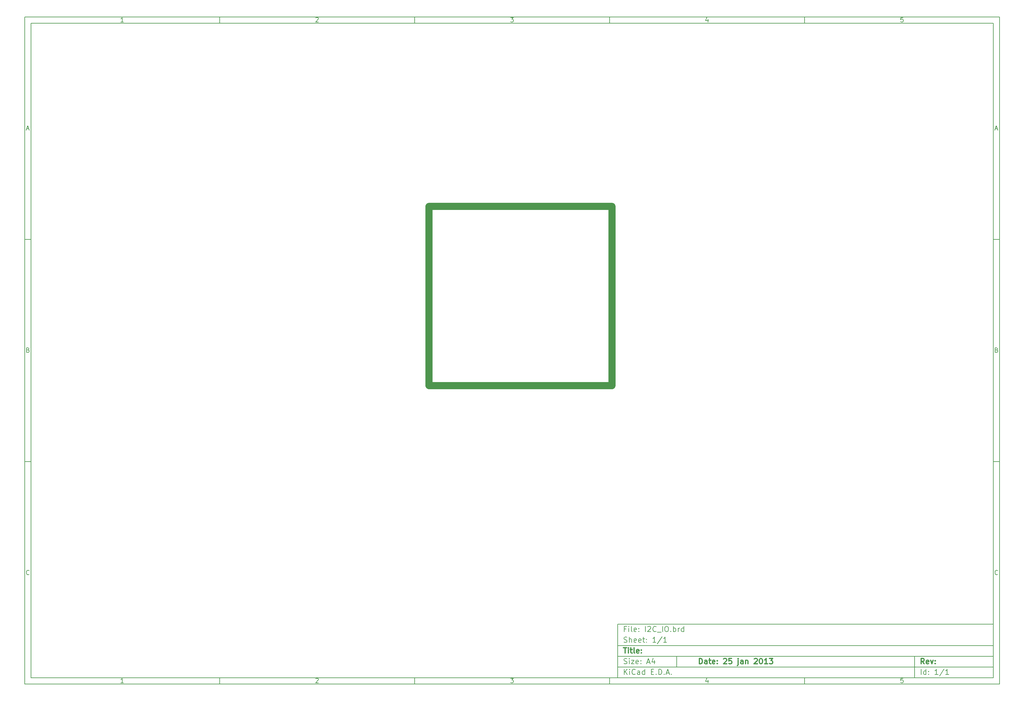
<source format=gbr>
G04 (created by PCBNEW-RS274X (2012-apr-16-27)-stable) date Fri 25 Jan 2013 18:12:53 GMT*
G01*
G70*
G90*
%MOIN*%
G04 Gerber Fmt 3.4, Leading zero omitted, Abs format*
%FSLAX34Y34*%
G04 APERTURE LIST*
%ADD10C,0.006000*%
%ADD11C,0.012000*%
%ADD12C,0.078700*%
G04 APERTURE END LIST*
G54D10*
X04000Y-04000D02*
X113000Y-04000D01*
X113000Y-78670D01*
X04000Y-78670D01*
X04000Y-04000D01*
X04700Y-04700D02*
X112300Y-04700D01*
X112300Y-77970D01*
X04700Y-77970D01*
X04700Y-04700D01*
X25800Y-04000D02*
X25800Y-04700D01*
X15043Y-04552D02*
X14757Y-04552D01*
X14900Y-04552D02*
X14900Y-04052D01*
X14852Y-04124D01*
X14805Y-04171D01*
X14757Y-04195D01*
X25800Y-78670D02*
X25800Y-77970D01*
X15043Y-78522D02*
X14757Y-78522D01*
X14900Y-78522D02*
X14900Y-78022D01*
X14852Y-78094D01*
X14805Y-78141D01*
X14757Y-78165D01*
X47600Y-04000D02*
X47600Y-04700D01*
X36557Y-04100D02*
X36581Y-04076D01*
X36629Y-04052D01*
X36748Y-04052D01*
X36795Y-04076D01*
X36819Y-04100D01*
X36843Y-04148D01*
X36843Y-04195D01*
X36819Y-04267D01*
X36533Y-04552D01*
X36843Y-04552D01*
X47600Y-78670D02*
X47600Y-77970D01*
X36557Y-78070D02*
X36581Y-78046D01*
X36629Y-78022D01*
X36748Y-78022D01*
X36795Y-78046D01*
X36819Y-78070D01*
X36843Y-78118D01*
X36843Y-78165D01*
X36819Y-78237D01*
X36533Y-78522D01*
X36843Y-78522D01*
X69400Y-04000D02*
X69400Y-04700D01*
X58333Y-04052D02*
X58643Y-04052D01*
X58476Y-04243D01*
X58548Y-04243D01*
X58595Y-04267D01*
X58619Y-04290D01*
X58643Y-04338D01*
X58643Y-04457D01*
X58619Y-04505D01*
X58595Y-04529D01*
X58548Y-04552D01*
X58405Y-04552D01*
X58357Y-04529D01*
X58333Y-04505D01*
X69400Y-78670D02*
X69400Y-77970D01*
X58333Y-78022D02*
X58643Y-78022D01*
X58476Y-78213D01*
X58548Y-78213D01*
X58595Y-78237D01*
X58619Y-78260D01*
X58643Y-78308D01*
X58643Y-78427D01*
X58619Y-78475D01*
X58595Y-78499D01*
X58548Y-78522D01*
X58405Y-78522D01*
X58357Y-78499D01*
X58333Y-78475D01*
X91200Y-04000D02*
X91200Y-04700D01*
X80395Y-04219D02*
X80395Y-04552D01*
X80276Y-04029D02*
X80157Y-04386D01*
X80467Y-04386D01*
X91200Y-78670D02*
X91200Y-77970D01*
X80395Y-78189D02*
X80395Y-78522D01*
X80276Y-77999D02*
X80157Y-78356D01*
X80467Y-78356D01*
X102219Y-04052D02*
X101981Y-04052D01*
X101957Y-04290D01*
X101981Y-04267D01*
X102029Y-04243D01*
X102148Y-04243D01*
X102195Y-04267D01*
X102219Y-04290D01*
X102243Y-04338D01*
X102243Y-04457D01*
X102219Y-04505D01*
X102195Y-04529D01*
X102148Y-04552D01*
X102029Y-04552D01*
X101981Y-04529D01*
X101957Y-04505D01*
X102219Y-78022D02*
X101981Y-78022D01*
X101957Y-78260D01*
X101981Y-78237D01*
X102029Y-78213D01*
X102148Y-78213D01*
X102195Y-78237D01*
X102219Y-78260D01*
X102243Y-78308D01*
X102243Y-78427D01*
X102219Y-78475D01*
X102195Y-78499D01*
X102148Y-78522D01*
X102029Y-78522D01*
X101981Y-78499D01*
X101957Y-78475D01*
X04000Y-28890D02*
X04700Y-28890D01*
X04231Y-16510D02*
X04469Y-16510D01*
X04184Y-16652D02*
X04350Y-16152D01*
X04517Y-16652D01*
X113000Y-28890D02*
X112300Y-28890D01*
X112531Y-16510D02*
X112769Y-16510D01*
X112484Y-16652D02*
X112650Y-16152D01*
X112817Y-16652D01*
X04000Y-53780D02*
X04700Y-53780D01*
X04386Y-41280D02*
X04457Y-41304D01*
X04481Y-41328D01*
X04505Y-41376D01*
X04505Y-41447D01*
X04481Y-41495D01*
X04457Y-41519D01*
X04410Y-41542D01*
X04219Y-41542D01*
X04219Y-41042D01*
X04386Y-41042D01*
X04433Y-41066D01*
X04457Y-41090D01*
X04481Y-41138D01*
X04481Y-41185D01*
X04457Y-41233D01*
X04433Y-41257D01*
X04386Y-41280D01*
X04219Y-41280D01*
X113000Y-53780D02*
X112300Y-53780D01*
X112686Y-41280D02*
X112757Y-41304D01*
X112781Y-41328D01*
X112805Y-41376D01*
X112805Y-41447D01*
X112781Y-41495D01*
X112757Y-41519D01*
X112710Y-41542D01*
X112519Y-41542D01*
X112519Y-41042D01*
X112686Y-41042D01*
X112733Y-41066D01*
X112757Y-41090D01*
X112781Y-41138D01*
X112781Y-41185D01*
X112757Y-41233D01*
X112733Y-41257D01*
X112686Y-41280D01*
X112519Y-41280D01*
X04505Y-66385D02*
X04481Y-66409D01*
X04410Y-66432D01*
X04362Y-66432D01*
X04290Y-66409D01*
X04243Y-66361D01*
X04219Y-66313D01*
X04195Y-66218D01*
X04195Y-66147D01*
X04219Y-66051D01*
X04243Y-66004D01*
X04290Y-65956D01*
X04362Y-65932D01*
X04410Y-65932D01*
X04481Y-65956D01*
X04505Y-65980D01*
X112805Y-66385D02*
X112781Y-66409D01*
X112710Y-66432D01*
X112662Y-66432D01*
X112590Y-66409D01*
X112543Y-66361D01*
X112519Y-66313D01*
X112495Y-66218D01*
X112495Y-66147D01*
X112519Y-66051D01*
X112543Y-66004D01*
X112590Y-65956D01*
X112662Y-65932D01*
X112710Y-65932D01*
X112781Y-65956D01*
X112805Y-65980D01*
G54D11*
X79443Y-76413D02*
X79443Y-75813D01*
X79586Y-75813D01*
X79671Y-75841D01*
X79729Y-75899D01*
X79757Y-75956D01*
X79786Y-76070D01*
X79786Y-76156D01*
X79757Y-76270D01*
X79729Y-76327D01*
X79671Y-76384D01*
X79586Y-76413D01*
X79443Y-76413D01*
X80300Y-76413D02*
X80300Y-76099D01*
X80271Y-76041D01*
X80214Y-76013D01*
X80100Y-76013D01*
X80043Y-76041D01*
X80300Y-76384D02*
X80243Y-76413D01*
X80100Y-76413D01*
X80043Y-76384D01*
X80014Y-76327D01*
X80014Y-76270D01*
X80043Y-76213D01*
X80100Y-76184D01*
X80243Y-76184D01*
X80300Y-76156D01*
X80500Y-76013D02*
X80729Y-76013D01*
X80586Y-75813D02*
X80586Y-76327D01*
X80614Y-76384D01*
X80672Y-76413D01*
X80729Y-76413D01*
X81157Y-76384D02*
X81100Y-76413D01*
X80986Y-76413D01*
X80929Y-76384D01*
X80900Y-76327D01*
X80900Y-76099D01*
X80929Y-76041D01*
X80986Y-76013D01*
X81100Y-76013D01*
X81157Y-76041D01*
X81186Y-76099D01*
X81186Y-76156D01*
X80900Y-76213D01*
X81443Y-76356D02*
X81471Y-76384D01*
X81443Y-76413D01*
X81414Y-76384D01*
X81443Y-76356D01*
X81443Y-76413D01*
X81443Y-76041D02*
X81471Y-76070D01*
X81443Y-76099D01*
X81414Y-76070D01*
X81443Y-76041D01*
X81443Y-76099D01*
X82157Y-75870D02*
X82186Y-75841D01*
X82243Y-75813D01*
X82386Y-75813D01*
X82443Y-75841D01*
X82472Y-75870D01*
X82500Y-75927D01*
X82500Y-75984D01*
X82472Y-76070D01*
X82129Y-76413D01*
X82500Y-76413D01*
X83043Y-75813D02*
X82757Y-75813D01*
X82728Y-76099D01*
X82757Y-76070D01*
X82814Y-76041D01*
X82957Y-76041D01*
X83014Y-76070D01*
X83043Y-76099D01*
X83071Y-76156D01*
X83071Y-76299D01*
X83043Y-76356D01*
X83014Y-76384D01*
X82957Y-76413D01*
X82814Y-76413D01*
X82757Y-76384D01*
X82728Y-76356D01*
X83785Y-76013D02*
X83785Y-76527D01*
X83756Y-76584D01*
X83699Y-76613D01*
X83671Y-76613D01*
X83785Y-75813D02*
X83756Y-75841D01*
X83785Y-75870D01*
X83813Y-75841D01*
X83785Y-75813D01*
X83785Y-75870D01*
X84328Y-76413D02*
X84328Y-76099D01*
X84299Y-76041D01*
X84242Y-76013D01*
X84128Y-76013D01*
X84071Y-76041D01*
X84328Y-76384D02*
X84271Y-76413D01*
X84128Y-76413D01*
X84071Y-76384D01*
X84042Y-76327D01*
X84042Y-76270D01*
X84071Y-76213D01*
X84128Y-76184D01*
X84271Y-76184D01*
X84328Y-76156D01*
X84614Y-76013D02*
X84614Y-76413D01*
X84614Y-76070D02*
X84642Y-76041D01*
X84700Y-76013D01*
X84785Y-76013D01*
X84842Y-76041D01*
X84871Y-76099D01*
X84871Y-76413D01*
X85585Y-75870D02*
X85614Y-75841D01*
X85671Y-75813D01*
X85814Y-75813D01*
X85871Y-75841D01*
X85900Y-75870D01*
X85928Y-75927D01*
X85928Y-75984D01*
X85900Y-76070D01*
X85557Y-76413D01*
X85928Y-76413D01*
X86299Y-75813D02*
X86356Y-75813D01*
X86413Y-75841D01*
X86442Y-75870D01*
X86471Y-75927D01*
X86499Y-76041D01*
X86499Y-76184D01*
X86471Y-76299D01*
X86442Y-76356D01*
X86413Y-76384D01*
X86356Y-76413D01*
X86299Y-76413D01*
X86242Y-76384D01*
X86213Y-76356D01*
X86185Y-76299D01*
X86156Y-76184D01*
X86156Y-76041D01*
X86185Y-75927D01*
X86213Y-75870D01*
X86242Y-75841D01*
X86299Y-75813D01*
X87070Y-76413D02*
X86727Y-76413D01*
X86899Y-76413D02*
X86899Y-75813D01*
X86842Y-75899D01*
X86784Y-75956D01*
X86727Y-75984D01*
X87270Y-75813D02*
X87641Y-75813D01*
X87441Y-76041D01*
X87527Y-76041D01*
X87584Y-76070D01*
X87613Y-76099D01*
X87641Y-76156D01*
X87641Y-76299D01*
X87613Y-76356D01*
X87584Y-76384D01*
X87527Y-76413D01*
X87355Y-76413D01*
X87298Y-76384D01*
X87270Y-76356D01*
G54D10*
X71043Y-77613D02*
X71043Y-77013D01*
X71386Y-77613D02*
X71129Y-77270D01*
X71386Y-77013D02*
X71043Y-77356D01*
X71643Y-77613D02*
X71643Y-77213D01*
X71643Y-77013D02*
X71614Y-77041D01*
X71643Y-77070D01*
X71671Y-77041D01*
X71643Y-77013D01*
X71643Y-77070D01*
X72272Y-77556D02*
X72243Y-77584D01*
X72157Y-77613D01*
X72100Y-77613D01*
X72015Y-77584D01*
X71957Y-77527D01*
X71929Y-77470D01*
X71900Y-77356D01*
X71900Y-77270D01*
X71929Y-77156D01*
X71957Y-77099D01*
X72015Y-77041D01*
X72100Y-77013D01*
X72157Y-77013D01*
X72243Y-77041D01*
X72272Y-77070D01*
X72786Y-77613D02*
X72786Y-77299D01*
X72757Y-77241D01*
X72700Y-77213D01*
X72586Y-77213D01*
X72529Y-77241D01*
X72786Y-77584D02*
X72729Y-77613D01*
X72586Y-77613D01*
X72529Y-77584D01*
X72500Y-77527D01*
X72500Y-77470D01*
X72529Y-77413D01*
X72586Y-77384D01*
X72729Y-77384D01*
X72786Y-77356D01*
X73329Y-77613D02*
X73329Y-77013D01*
X73329Y-77584D02*
X73272Y-77613D01*
X73158Y-77613D01*
X73100Y-77584D01*
X73072Y-77556D01*
X73043Y-77499D01*
X73043Y-77327D01*
X73072Y-77270D01*
X73100Y-77241D01*
X73158Y-77213D01*
X73272Y-77213D01*
X73329Y-77241D01*
X74072Y-77299D02*
X74272Y-77299D01*
X74358Y-77613D02*
X74072Y-77613D01*
X74072Y-77013D01*
X74358Y-77013D01*
X74615Y-77556D02*
X74643Y-77584D01*
X74615Y-77613D01*
X74586Y-77584D01*
X74615Y-77556D01*
X74615Y-77613D01*
X74901Y-77613D02*
X74901Y-77013D01*
X75044Y-77013D01*
X75129Y-77041D01*
X75187Y-77099D01*
X75215Y-77156D01*
X75244Y-77270D01*
X75244Y-77356D01*
X75215Y-77470D01*
X75187Y-77527D01*
X75129Y-77584D01*
X75044Y-77613D01*
X74901Y-77613D01*
X75501Y-77556D02*
X75529Y-77584D01*
X75501Y-77613D01*
X75472Y-77584D01*
X75501Y-77556D01*
X75501Y-77613D01*
X75758Y-77441D02*
X76044Y-77441D01*
X75701Y-77613D02*
X75901Y-77013D01*
X76101Y-77613D01*
X76301Y-77556D02*
X76329Y-77584D01*
X76301Y-77613D01*
X76272Y-77584D01*
X76301Y-77556D01*
X76301Y-77613D01*
G54D11*
X104586Y-76413D02*
X104386Y-76127D01*
X104243Y-76413D02*
X104243Y-75813D01*
X104471Y-75813D01*
X104529Y-75841D01*
X104557Y-75870D01*
X104586Y-75927D01*
X104586Y-76013D01*
X104557Y-76070D01*
X104529Y-76099D01*
X104471Y-76127D01*
X104243Y-76127D01*
X105071Y-76384D02*
X105014Y-76413D01*
X104900Y-76413D01*
X104843Y-76384D01*
X104814Y-76327D01*
X104814Y-76099D01*
X104843Y-76041D01*
X104900Y-76013D01*
X105014Y-76013D01*
X105071Y-76041D01*
X105100Y-76099D01*
X105100Y-76156D01*
X104814Y-76213D01*
X105300Y-76013D02*
X105443Y-76413D01*
X105585Y-76013D01*
X105814Y-76356D02*
X105842Y-76384D01*
X105814Y-76413D01*
X105785Y-76384D01*
X105814Y-76356D01*
X105814Y-76413D01*
X105814Y-76041D02*
X105842Y-76070D01*
X105814Y-76099D01*
X105785Y-76070D01*
X105814Y-76041D01*
X105814Y-76099D01*
G54D10*
X71014Y-76384D02*
X71100Y-76413D01*
X71243Y-76413D01*
X71300Y-76384D01*
X71329Y-76356D01*
X71357Y-76299D01*
X71357Y-76241D01*
X71329Y-76184D01*
X71300Y-76156D01*
X71243Y-76127D01*
X71129Y-76099D01*
X71071Y-76070D01*
X71043Y-76041D01*
X71014Y-75984D01*
X71014Y-75927D01*
X71043Y-75870D01*
X71071Y-75841D01*
X71129Y-75813D01*
X71271Y-75813D01*
X71357Y-75841D01*
X71614Y-76413D02*
X71614Y-76013D01*
X71614Y-75813D02*
X71585Y-75841D01*
X71614Y-75870D01*
X71642Y-75841D01*
X71614Y-75813D01*
X71614Y-75870D01*
X71843Y-76013D02*
X72157Y-76013D01*
X71843Y-76413D01*
X72157Y-76413D01*
X72614Y-76384D02*
X72557Y-76413D01*
X72443Y-76413D01*
X72386Y-76384D01*
X72357Y-76327D01*
X72357Y-76099D01*
X72386Y-76041D01*
X72443Y-76013D01*
X72557Y-76013D01*
X72614Y-76041D01*
X72643Y-76099D01*
X72643Y-76156D01*
X72357Y-76213D01*
X72900Y-76356D02*
X72928Y-76384D01*
X72900Y-76413D01*
X72871Y-76384D01*
X72900Y-76356D01*
X72900Y-76413D01*
X72900Y-76041D02*
X72928Y-76070D01*
X72900Y-76099D01*
X72871Y-76070D01*
X72900Y-76041D01*
X72900Y-76099D01*
X73614Y-76241D02*
X73900Y-76241D01*
X73557Y-76413D02*
X73757Y-75813D01*
X73957Y-76413D01*
X74414Y-76013D02*
X74414Y-76413D01*
X74271Y-75784D02*
X74128Y-76213D01*
X74500Y-76213D01*
X104243Y-77613D02*
X104243Y-77013D01*
X104786Y-77613D02*
X104786Y-77013D01*
X104786Y-77584D02*
X104729Y-77613D01*
X104615Y-77613D01*
X104557Y-77584D01*
X104529Y-77556D01*
X104500Y-77499D01*
X104500Y-77327D01*
X104529Y-77270D01*
X104557Y-77241D01*
X104615Y-77213D01*
X104729Y-77213D01*
X104786Y-77241D01*
X105072Y-77556D02*
X105100Y-77584D01*
X105072Y-77613D01*
X105043Y-77584D01*
X105072Y-77556D01*
X105072Y-77613D01*
X105072Y-77241D02*
X105100Y-77270D01*
X105072Y-77299D01*
X105043Y-77270D01*
X105072Y-77241D01*
X105072Y-77299D01*
X106129Y-77613D02*
X105786Y-77613D01*
X105958Y-77613D02*
X105958Y-77013D01*
X105901Y-77099D01*
X105843Y-77156D01*
X105786Y-77184D01*
X106814Y-76984D02*
X106300Y-77756D01*
X107329Y-77613D02*
X106986Y-77613D01*
X107158Y-77613D02*
X107158Y-77013D01*
X107101Y-77099D01*
X107043Y-77156D01*
X106986Y-77184D01*
G54D11*
X70957Y-74613D02*
X71300Y-74613D01*
X71129Y-75213D02*
X71129Y-74613D01*
X71500Y-75213D02*
X71500Y-74813D01*
X71500Y-74613D02*
X71471Y-74641D01*
X71500Y-74670D01*
X71528Y-74641D01*
X71500Y-74613D01*
X71500Y-74670D01*
X71700Y-74813D02*
X71929Y-74813D01*
X71786Y-74613D02*
X71786Y-75127D01*
X71814Y-75184D01*
X71872Y-75213D01*
X71929Y-75213D01*
X72215Y-75213D02*
X72157Y-75184D01*
X72129Y-75127D01*
X72129Y-74613D01*
X72671Y-75184D02*
X72614Y-75213D01*
X72500Y-75213D01*
X72443Y-75184D01*
X72414Y-75127D01*
X72414Y-74899D01*
X72443Y-74841D01*
X72500Y-74813D01*
X72614Y-74813D01*
X72671Y-74841D01*
X72700Y-74899D01*
X72700Y-74956D01*
X72414Y-75013D01*
X72957Y-75156D02*
X72985Y-75184D01*
X72957Y-75213D01*
X72928Y-75184D01*
X72957Y-75156D01*
X72957Y-75213D01*
X72957Y-74841D02*
X72985Y-74870D01*
X72957Y-74899D01*
X72928Y-74870D01*
X72957Y-74841D01*
X72957Y-74899D01*
G54D10*
X71243Y-72499D02*
X71043Y-72499D01*
X71043Y-72813D02*
X71043Y-72213D01*
X71329Y-72213D01*
X71557Y-72813D02*
X71557Y-72413D01*
X71557Y-72213D02*
X71528Y-72241D01*
X71557Y-72270D01*
X71585Y-72241D01*
X71557Y-72213D01*
X71557Y-72270D01*
X71929Y-72813D02*
X71871Y-72784D01*
X71843Y-72727D01*
X71843Y-72213D01*
X72385Y-72784D02*
X72328Y-72813D01*
X72214Y-72813D01*
X72157Y-72784D01*
X72128Y-72727D01*
X72128Y-72499D01*
X72157Y-72441D01*
X72214Y-72413D01*
X72328Y-72413D01*
X72385Y-72441D01*
X72414Y-72499D01*
X72414Y-72556D01*
X72128Y-72613D01*
X72671Y-72756D02*
X72699Y-72784D01*
X72671Y-72813D01*
X72642Y-72784D01*
X72671Y-72756D01*
X72671Y-72813D01*
X72671Y-72441D02*
X72699Y-72470D01*
X72671Y-72499D01*
X72642Y-72470D01*
X72671Y-72441D01*
X72671Y-72499D01*
X73414Y-72813D02*
X73414Y-72213D01*
X73671Y-72270D02*
X73700Y-72241D01*
X73757Y-72213D01*
X73900Y-72213D01*
X73957Y-72241D01*
X73986Y-72270D01*
X74014Y-72327D01*
X74014Y-72384D01*
X73986Y-72470D01*
X73643Y-72813D01*
X74014Y-72813D01*
X74614Y-72756D02*
X74585Y-72784D01*
X74499Y-72813D01*
X74442Y-72813D01*
X74357Y-72784D01*
X74299Y-72727D01*
X74271Y-72670D01*
X74242Y-72556D01*
X74242Y-72470D01*
X74271Y-72356D01*
X74299Y-72299D01*
X74357Y-72241D01*
X74442Y-72213D01*
X74499Y-72213D01*
X74585Y-72241D01*
X74614Y-72270D01*
X74728Y-72870D02*
X75185Y-72870D01*
X75328Y-72813D02*
X75328Y-72213D01*
X75728Y-72213D02*
X75842Y-72213D01*
X75900Y-72241D01*
X75957Y-72299D01*
X75985Y-72413D01*
X75985Y-72613D01*
X75957Y-72727D01*
X75900Y-72784D01*
X75842Y-72813D01*
X75728Y-72813D01*
X75671Y-72784D01*
X75614Y-72727D01*
X75585Y-72613D01*
X75585Y-72413D01*
X75614Y-72299D01*
X75671Y-72241D01*
X75728Y-72213D01*
X76243Y-72756D02*
X76271Y-72784D01*
X76243Y-72813D01*
X76214Y-72784D01*
X76243Y-72756D01*
X76243Y-72813D01*
X76529Y-72813D02*
X76529Y-72213D01*
X76529Y-72441D02*
X76586Y-72413D01*
X76700Y-72413D01*
X76757Y-72441D01*
X76786Y-72470D01*
X76815Y-72527D01*
X76815Y-72699D01*
X76786Y-72756D01*
X76757Y-72784D01*
X76700Y-72813D01*
X76586Y-72813D01*
X76529Y-72784D01*
X77072Y-72813D02*
X77072Y-72413D01*
X77072Y-72527D02*
X77100Y-72470D01*
X77129Y-72441D01*
X77186Y-72413D01*
X77243Y-72413D01*
X77700Y-72813D02*
X77700Y-72213D01*
X77700Y-72784D02*
X77643Y-72813D01*
X77529Y-72813D01*
X77471Y-72784D01*
X77443Y-72756D01*
X77414Y-72699D01*
X77414Y-72527D01*
X77443Y-72470D01*
X77471Y-72441D01*
X77529Y-72413D01*
X77643Y-72413D01*
X77700Y-72441D01*
X71014Y-73984D02*
X71100Y-74013D01*
X71243Y-74013D01*
X71300Y-73984D01*
X71329Y-73956D01*
X71357Y-73899D01*
X71357Y-73841D01*
X71329Y-73784D01*
X71300Y-73756D01*
X71243Y-73727D01*
X71129Y-73699D01*
X71071Y-73670D01*
X71043Y-73641D01*
X71014Y-73584D01*
X71014Y-73527D01*
X71043Y-73470D01*
X71071Y-73441D01*
X71129Y-73413D01*
X71271Y-73413D01*
X71357Y-73441D01*
X71614Y-74013D02*
X71614Y-73413D01*
X71871Y-74013D02*
X71871Y-73699D01*
X71842Y-73641D01*
X71785Y-73613D01*
X71700Y-73613D01*
X71642Y-73641D01*
X71614Y-73670D01*
X72385Y-73984D02*
X72328Y-74013D01*
X72214Y-74013D01*
X72157Y-73984D01*
X72128Y-73927D01*
X72128Y-73699D01*
X72157Y-73641D01*
X72214Y-73613D01*
X72328Y-73613D01*
X72385Y-73641D01*
X72414Y-73699D01*
X72414Y-73756D01*
X72128Y-73813D01*
X72899Y-73984D02*
X72842Y-74013D01*
X72728Y-74013D01*
X72671Y-73984D01*
X72642Y-73927D01*
X72642Y-73699D01*
X72671Y-73641D01*
X72728Y-73613D01*
X72842Y-73613D01*
X72899Y-73641D01*
X72928Y-73699D01*
X72928Y-73756D01*
X72642Y-73813D01*
X73099Y-73613D02*
X73328Y-73613D01*
X73185Y-73413D02*
X73185Y-73927D01*
X73213Y-73984D01*
X73271Y-74013D01*
X73328Y-74013D01*
X73528Y-73956D02*
X73556Y-73984D01*
X73528Y-74013D01*
X73499Y-73984D01*
X73528Y-73956D01*
X73528Y-74013D01*
X73528Y-73641D02*
X73556Y-73670D01*
X73528Y-73699D01*
X73499Y-73670D01*
X73528Y-73641D01*
X73528Y-73699D01*
X74585Y-74013D02*
X74242Y-74013D01*
X74414Y-74013D02*
X74414Y-73413D01*
X74357Y-73499D01*
X74299Y-73556D01*
X74242Y-73584D01*
X75270Y-73384D02*
X74756Y-74156D01*
X75785Y-74013D02*
X75442Y-74013D01*
X75614Y-74013D02*
X75614Y-73413D01*
X75557Y-73499D01*
X75499Y-73556D01*
X75442Y-73584D01*
X70300Y-71970D02*
X70300Y-77970D01*
X70300Y-71970D02*
X112300Y-71970D01*
X70300Y-71970D02*
X112300Y-71970D01*
X70300Y-74370D02*
X112300Y-74370D01*
X103500Y-75570D02*
X103500Y-77970D01*
X70300Y-76770D02*
X112300Y-76770D01*
X70300Y-75570D02*
X112300Y-75570D01*
X76900Y-75570D02*
X76900Y-76770D01*
G54D12*
X69685Y-45276D02*
X69685Y-25197D01*
X49213Y-45276D02*
X69685Y-45276D01*
X49213Y-25197D02*
X49213Y-45276D01*
X69685Y-25197D02*
X49213Y-25197D01*
M02*

</source>
